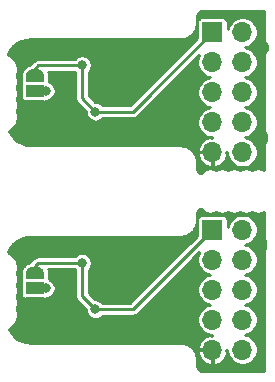
<source format=gbr>
%TF.GenerationSoftware,KiCad,Pcbnew,(5.1.9-0-10_14)*%
%TF.CreationDate,2021-03-23T19:07:49+01:00*%
%TF.ProjectId,itho_rv_sensor,6974686f-5f72-4765-9f73-656e736f722e,rev?*%
%TF.SameCoordinates,Original*%
%TF.FileFunction,Copper,L2,Bot*%
%TF.FilePolarity,Positive*%
%FSLAX46Y46*%
G04 Gerber Fmt 4.6, Leading zero omitted, Abs format (unit mm)*
G04 Created by KiCad (PCBNEW (5.1.9-0-10_14)) date 2021-03-23 19:07:49*
%MOMM*%
%LPD*%
G01*
G04 APERTURE LIST*
%TA.AperFunction,ComponentPad*%
%ADD10R,1.700000X1.700000*%
%TD*%
%TA.AperFunction,ComponentPad*%
%ADD11O,1.700000X1.700000*%
%TD*%
%TA.AperFunction,SMDPad,CuDef*%
%ADD12C,0.100000*%
%TD*%
%TA.AperFunction,SMDPad,CuDef*%
%ADD13R,1.500000X1.000000*%
%TD*%
%TA.AperFunction,ViaPad*%
%ADD14C,0.800000*%
%TD*%
%TA.AperFunction,Conductor*%
%ADD15C,0.254000*%
%TD*%
%TA.AperFunction,Conductor*%
%ADD16C,0.100000*%
%TD*%
G04 APERTURE END LIST*
D10*
%TO.P,J1,1*%
%TO.N,+5V*%
X132080000Y-97028000D03*
D11*
%TO.P,J1,2*%
%TO.N,Net-(J1-Pad2)*%
X134620000Y-97028000D03*
%TO.P,J1,3*%
%TO.N,Net-(J1-Pad3)*%
X132080000Y-99568000D03*
%TO.P,J1,4*%
%TO.N,Net-(J1-Pad4)*%
X134620000Y-99568000D03*
%TO.P,J1,5*%
%TO.N,Net-(J1-Pad5)*%
X132080000Y-102108000D03*
%TO.P,J1,6*%
%TO.N,Net-(J1-Pad6)*%
X134620000Y-102108000D03*
%TO.P,J1,7*%
%TO.N,Net-(J1-Pad7)*%
X132080000Y-104648000D03*
%TO.P,J1,8*%
%TO.N,Net-(J1-Pad8)*%
X134620000Y-104648000D03*
%TO.P,J1,9*%
%TO.N,GND*%
X132080000Y-107188000D03*
%TO.P,J1,10*%
%TO.N,Net-(J1-Pad10)*%
X134620000Y-107188000D03*
%TD*%
%TA.AperFunction,SMDPad,CuDef*%
D12*
%TO.P,Address,1*%
%TO.N,GND*%
G36*
X117801000Y-102731000D02*
G01*
X117801000Y-103281000D01*
X117800398Y-103281000D01*
X117800398Y-103305534D01*
X117795588Y-103354365D01*
X117786016Y-103402490D01*
X117771772Y-103449445D01*
X117752995Y-103494778D01*
X117729864Y-103538051D01*
X117702604Y-103578850D01*
X117671476Y-103616779D01*
X117636779Y-103651476D01*
X117598850Y-103682604D01*
X117558051Y-103709864D01*
X117514778Y-103732995D01*
X117469445Y-103751772D01*
X117422490Y-103766016D01*
X117374365Y-103775588D01*
X117325534Y-103780398D01*
X117301000Y-103780398D01*
X117301000Y-103781000D01*
X116801000Y-103781000D01*
X116801000Y-103780398D01*
X116776466Y-103780398D01*
X116727635Y-103775588D01*
X116679510Y-103766016D01*
X116632555Y-103751772D01*
X116587222Y-103732995D01*
X116543949Y-103709864D01*
X116503150Y-103682604D01*
X116465221Y-103651476D01*
X116430524Y-103616779D01*
X116399396Y-103578850D01*
X116372136Y-103538051D01*
X116349005Y-103494778D01*
X116330228Y-103449445D01*
X116315984Y-103402490D01*
X116306412Y-103354365D01*
X116301602Y-103305534D01*
X116301602Y-103281000D01*
X116301000Y-103281000D01*
X116301000Y-102731000D01*
X117801000Y-102731000D01*
G37*
%TD.AperFunction*%
%TA.AperFunction,SMDPad,CuDef*%
%TO.P,Address,3*%
%TO.N,+5V*%
G36*
X116301602Y-100681000D02*
G01*
X116301602Y-100656466D01*
X116306412Y-100607635D01*
X116315984Y-100559510D01*
X116330228Y-100512555D01*
X116349005Y-100467222D01*
X116372136Y-100423949D01*
X116399396Y-100383150D01*
X116430524Y-100345221D01*
X116465221Y-100310524D01*
X116503150Y-100279396D01*
X116543949Y-100252136D01*
X116587222Y-100229005D01*
X116632555Y-100210228D01*
X116679510Y-100195984D01*
X116727635Y-100186412D01*
X116776466Y-100181602D01*
X116801000Y-100181602D01*
X116801000Y-100181000D01*
X117301000Y-100181000D01*
X117301000Y-100181602D01*
X117325534Y-100181602D01*
X117374365Y-100186412D01*
X117422490Y-100195984D01*
X117469445Y-100210228D01*
X117514778Y-100229005D01*
X117558051Y-100252136D01*
X117598850Y-100279396D01*
X117636779Y-100310524D01*
X117671476Y-100345221D01*
X117702604Y-100383150D01*
X117729864Y-100423949D01*
X117752995Y-100467222D01*
X117771772Y-100512555D01*
X117786016Y-100559510D01*
X117795588Y-100607635D01*
X117800398Y-100656466D01*
X117800398Y-100681000D01*
X117801000Y-100681000D01*
X117801000Y-101231000D01*
X116301000Y-101231000D01*
X116301000Y-100681000D01*
X116301602Y-100681000D01*
G37*
%TD.AperFunction*%
D13*
%TO.P,Address,2*%
%TO.N,Net-(JP1-Pad2)*%
X117051000Y-101981000D03*
%TD*%
%TO.P,Address,2*%
%TO.N,Net-(JP1-Pad2)*%
X117051000Y-85251000D03*
%TA.AperFunction,SMDPad,CuDef*%
D12*
%TO.P,Address,3*%
%TO.N,+5V*%
G36*
X116301602Y-83951000D02*
G01*
X116301602Y-83926466D01*
X116306412Y-83877635D01*
X116315984Y-83829510D01*
X116330228Y-83782555D01*
X116349005Y-83737222D01*
X116372136Y-83693949D01*
X116399396Y-83653150D01*
X116430524Y-83615221D01*
X116465221Y-83580524D01*
X116503150Y-83549396D01*
X116543949Y-83522136D01*
X116587222Y-83499005D01*
X116632555Y-83480228D01*
X116679510Y-83465984D01*
X116727635Y-83456412D01*
X116776466Y-83451602D01*
X116801000Y-83451602D01*
X116801000Y-83451000D01*
X117301000Y-83451000D01*
X117301000Y-83451602D01*
X117325534Y-83451602D01*
X117374365Y-83456412D01*
X117422490Y-83465984D01*
X117469445Y-83480228D01*
X117514778Y-83499005D01*
X117558051Y-83522136D01*
X117598850Y-83549396D01*
X117636779Y-83580524D01*
X117671476Y-83615221D01*
X117702604Y-83653150D01*
X117729864Y-83693949D01*
X117752995Y-83737222D01*
X117771772Y-83782555D01*
X117786016Y-83829510D01*
X117795588Y-83877635D01*
X117800398Y-83926466D01*
X117800398Y-83951000D01*
X117801000Y-83951000D01*
X117801000Y-84501000D01*
X116301000Y-84501000D01*
X116301000Y-83951000D01*
X116301602Y-83951000D01*
G37*
%TD.AperFunction*%
%TA.AperFunction,SMDPad,CuDef*%
%TO.P,Address,1*%
%TO.N,GND*%
G36*
X117801000Y-86001000D02*
G01*
X117801000Y-86551000D01*
X117800398Y-86551000D01*
X117800398Y-86575534D01*
X117795588Y-86624365D01*
X117786016Y-86672490D01*
X117771772Y-86719445D01*
X117752995Y-86764778D01*
X117729864Y-86808051D01*
X117702604Y-86848850D01*
X117671476Y-86886779D01*
X117636779Y-86921476D01*
X117598850Y-86952604D01*
X117558051Y-86979864D01*
X117514778Y-87002995D01*
X117469445Y-87021772D01*
X117422490Y-87036016D01*
X117374365Y-87045588D01*
X117325534Y-87050398D01*
X117301000Y-87050398D01*
X117301000Y-87051000D01*
X116801000Y-87051000D01*
X116801000Y-87050398D01*
X116776466Y-87050398D01*
X116727635Y-87045588D01*
X116679510Y-87036016D01*
X116632555Y-87021772D01*
X116587222Y-87002995D01*
X116543949Y-86979864D01*
X116503150Y-86952604D01*
X116465221Y-86921476D01*
X116430524Y-86886779D01*
X116399396Y-86848850D01*
X116372136Y-86808051D01*
X116349005Y-86764778D01*
X116330228Y-86719445D01*
X116315984Y-86672490D01*
X116306412Y-86624365D01*
X116301602Y-86575534D01*
X116301602Y-86551000D01*
X116301000Y-86551000D01*
X116301000Y-86001000D01*
X117801000Y-86001000D01*
G37*
%TD.AperFunction*%
%TD*%
D11*
%TO.P,J1,10*%
%TO.N,Net-(J1-Pad10)*%
X134620000Y-90458000D03*
%TO.P,J1,9*%
%TO.N,GND*%
X132080000Y-90458000D03*
%TO.P,J1,8*%
%TO.N,Net-(J1-Pad8)*%
X134620000Y-87918000D03*
%TO.P,J1,7*%
%TO.N,Net-(J1-Pad7)*%
X132080000Y-87918000D03*
%TO.P,J1,6*%
%TO.N,Net-(J1-Pad6)*%
X134620000Y-85378000D03*
%TO.P,J1,5*%
%TO.N,Net-(J1-Pad5)*%
X132080000Y-85378000D03*
%TO.P,J1,4*%
%TO.N,Net-(J1-Pad4)*%
X134620000Y-82838000D03*
%TO.P,J1,3*%
%TO.N,Net-(J1-Pad3)*%
X132080000Y-82838000D03*
%TO.P,J1,2*%
%TO.N,Net-(J1-Pad2)*%
X134620000Y-80298000D03*
D10*
%TO.P,J1,1*%
%TO.N,+5V*%
X132080000Y-80298000D03*
%TD*%
D14*
%TO.N,Net-(JP1-Pad2)*%
X117973000Y-85265000D03*
X117973000Y-101995000D03*
%TO.N,GND*%
X122174000Y-100965000D03*
X122174000Y-84235000D03*
%TO.N,+5V*%
X122174000Y-87029000D03*
X121031000Y-83092000D03*
X122174000Y-103759000D03*
X121031000Y-99822000D03*
%TD*%
D15*
%TO.N,Net-(JP1-Pad2)*%
X117065000Y-85265000D02*
X117051000Y-85251000D01*
X117959000Y-85251000D02*
X117973000Y-85265000D01*
X117051000Y-85251000D02*
X117959000Y-85251000D01*
X117065000Y-101995000D02*
X117051000Y-101981000D01*
X117959000Y-101981000D02*
X117973000Y-101995000D01*
X117051000Y-101981000D02*
X117959000Y-101981000D01*
%TO.N,+5V*%
X132080000Y-80298000D02*
X126111000Y-86267000D01*
X125349000Y-87029000D02*
X122174000Y-87029000D01*
X126111000Y-86267000D02*
X125349000Y-87029000D01*
X121031000Y-85886000D02*
X122174000Y-87029000D01*
X121031000Y-83092000D02*
X121031000Y-85886000D01*
X117051000Y-83951000D02*
X117051000Y-83387000D01*
X117346000Y-83092000D02*
X121031000Y-83092000D01*
X117051000Y-83387000D02*
X117346000Y-83092000D01*
X132080000Y-97028000D02*
X126111000Y-102997000D01*
X125349000Y-103759000D02*
X122174000Y-103759000D01*
X126111000Y-102997000D02*
X125349000Y-103759000D01*
X121031000Y-102616000D02*
X122174000Y-103759000D01*
X121031000Y-99822000D02*
X121031000Y-102616000D01*
X117051000Y-100681000D02*
X117051000Y-100117000D01*
X117346000Y-99822000D02*
X121031000Y-99822000D01*
X117051000Y-100117000D02*
X117346000Y-99822000D01*
%TD*%
%TO.N,GND*%
X131224790Y-95351055D02*
X131346945Y-95473210D01*
X131490585Y-95569187D01*
X131650189Y-95635297D01*
X131819623Y-95669000D01*
X131992377Y-95669000D01*
X132161811Y-95635297D01*
X132321415Y-95569187D01*
X132406000Y-95512669D01*
X132490585Y-95569187D01*
X132650189Y-95635297D01*
X132819623Y-95669000D01*
X132992377Y-95669000D01*
X133161811Y-95635297D01*
X133321415Y-95569187D01*
X133406000Y-95512669D01*
X133490585Y-95569187D01*
X133650189Y-95635297D01*
X133819623Y-95669000D01*
X133992377Y-95669000D01*
X134161811Y-95635297D01*
X134321415Y-95569187D01*
X134406000Y-95512669D01*
X134490585Y-95569187D01*
X134650189Y-95635297D01*
X134819623Y-95669000D01*
X134992377Y-95669000D01*
X135161811Y-95635297D01*
X135321415Y-95569187D01*
X135406000Y-95512669D01*
X135490585Y-95569187D01*
X135650189Y-95635297D01*
X135819623Y-95669000D01*
X135992377Y-95669000D01*
X136161811Y-95635297D01*
X136321415Y-95569187D01*
X136449201Y-95483803D01*
X136449200Y-97640562D01*
X136446990Y-97663000D01*
X136455810Y-97752548D01*
X136481930Y-97838656D01*
X136524347Y-97918012D01*
X136556336Y-97956990D01*
X136548617Y-98648415D01*
X136524347Y-98677988D01*
X136481930Y-98757344D01*
X136455810Y-98843452D01*
X136446990Y-98933000D01*
X136449201Y-98955448D01*
X136449200Y-105260562D01*
X136446990Y-105283000D01*
X136455810Y-105372548D01*
X136472922Y-105428961D01*
X136461586Y-106444410D01*
X136455810Y-106463452D01*
X136446990Y-106553000D01*
X136449201Y-106575448D01*
X136449201Y-107553881D01*
X136432865Y-109017200D01*
X131340343Y-109017200D01*
X131209808Y-109004401D01*
X131105738Y-108972981D01*
X131009755Y-108921945D01*
X130925514Y-108853240D01*
X130856219Y-108769477D01*
X130804515Y-108673852D01*
X130772368Y-108570003D01*
X130758800Y-108440911D01*
X130758800Y-107927562D01*
X130756859Y-107907855D01*
X130756897Y-107902393D01*
X130756276Y-107896045D01*
X130738140Y-107723493D01*
X130729809Y-107682908D01*
X130722056Y-107642268D01*
X130720213Y-107636162D01*
X130668907Y-107470420D01*
X130652871Y-107432273D01*
X130645313Y-107413566D01*
X130818203Y-107413566D01*
X130827931Y-107462473D01*
X130905536Y-107701466D01*
X131028275Y-107920727D01*
X131191431Y-108111829D01*
X131388735Y-108267429D01*
X131612604Y-108381547D01*
X131854434Y-108449798D01*
X132054600Y-108361599D01*
X132054600Y-107213400D01*
X130906425Y-107213400D01*
X130818203Y-107413566D01*
X130645313Y-107413566D01*
X130637353Y-107393865D01*
X130634359Y-107388233D01*
X130551837Y-107235613D01*
X130528690Y-107201297D01*
X130506016Y-107166647D01*
X130501985Y-107161704D01*
X130391391Y-107028018D01*
X130362025Y-106998856D01*
X130333046Y-106969264D01*
X130328131Y-106965198D01*
X130193676Y-106855539D01*
X130159179Y-106832619D01*
X130125030Y-106809237D01*
X130119420Y-106806202D01*
X129966226Y-106724748D01*
X129927941Y-106708969D01*
X129889894Y-106692662D01*
X129883802Y-106690775D01*
X129717704Y-106640627D01*
X129677111Y-106632590D01*
X129636593Y-106623978D01*
X129630250Y-106623311D01*
X129457576Y-106606380D01*
X129457571Y-106606380D01*
X129435438Y-106604200D01*
X116735343Y-106604200D01*
X116308794Y-106562376D01*
X115919989Y-106444989D01*
X115561385Y-106254317D01*
X115246650Y-105997624D01*
X114987763Y-105684683D01*
X114848166Y-105426502D01*
X114875254Y-105415282D01*
X115100787Y-105264586D01*
X115292586Y-105072787D01*
X115443282Y-104847254D01*
X115547083Y-104596656D01*
X115600000Y-104330623D01*
X115600000Y-104059377D01*
X115547083Y-103793344D01*
X115506348Y-103695000D01*
X115547083Y-103596656D01*
X115600000Y-103330623D01*
X115600000Y-103059377D01*
X115547083Y-102793344D01*
X115506348Y-102695000D01*
X115547083Y-102596656D01*
X115600000Y-102330623D01*
X115600000Y-102059377D01*
X115547083Y-101793344D01*
X115506348Y-101695000D01*
X115547083Y-101596656D01*
X115600000Y-101330623D01*
X115600000Y-101059377D01*
X115547083Y-100793344D01*
X115506348Y-100695000D01*
X115512146Y-100681000D01*
X115867111Y-100681000D01*
X115867111Y-101231000D01*
X115875448Y-101315648D01*
X115887689Y-101356000D01*
X115875448Y-101396352D01*
X115867111Y-101481000D01*
X115867111Y-102481000D01*
X115875448Y-102565648D01*
X115900139Y-102647042D01*
X115940234Y-102722056D01*
X115994194Y-102787806D01*
X116059944Y-102841766D01*
X116134958Y-102881861D01*
X116216352Y-102906552D01*
X116301000Y-102914889D01*
X117801000Y-102914889D01*
X117885648Y-102906552D01*
X117967042Y-102881861D01*
X118042056Y-102841766D01*
X118062009Y-102825391D01*
X118215627Y-102794835D01*
X118367005Y-102732132D01*
X118503242Y-102641101D01*
X118619101Y-102525242D01*
X118710132Y-102389005D01*
X118772835Y-102237627D01*
X118804800Y-102076925D01*
X118804800Y-101913075D01*
X118772835Y-101752373D01*
X118710132Y-101600995D01*
X118619101Y-101464758D01*
X118503242Y-101348899D01*
X118367005Y-101257868D01*
X118234889Y-101203144D01*
X118234889Y-100681000D01*
X118232481Y-100656551D01*
X118232481Y-100631991D01*
X118224144Y-100547344D01*
X118205022Y-100451211D01*
X118183663Y-100380800D01*
X120413457Y-100380800D01*
X120472200Y-100439543D01*
X120472201Y-102588548D01*
X120469497Y-102616000D01*
X120480287Y-102725544D01*
X120512239Y-102830877D01*
X120563725Y-102927200D01*
X120564128Y-102927954D01*
X120633958Y-103013043D01*
X120655276Y-103030538D01*
X121342200Y-103717463D01*
X121342200Y-103840925D01*
X121374165Y-104001627D01*
X121436868Y-104153005D01*
X121527899Y-104289242D01*
X121643758Y-104405101D01*
X121779995Y-104496132D01*
X121931373Y-104558835D01*
X122092075Y-104590800D01*
X122255925Y-104590800D01*
X122416627Y-104558835D01*
X122568005Y-104496132D01*
X122704242Y-104405101D01*
X122791543Y-104317800D01*
X125321558Y-104317800D01*
X125349000Y-104320503D01*
X125376442Y-104317800D01*
X125376444Y-104317800D01*
X125458544Y-104309714D01*
X125563878Y-104277761D01*
X125660954Y-104225873D01*
X125746043Y-104156043D01*
X125763543Y-104134719D01*
X126525537Y-103372726D01*
X126525542Y-103372720D01*
X130957497Y-98940765D01*
X130944084Y-98960840D01*
X130847459Y-99194113D01*
X130798200Y-99441754D01*
X130798200Y-99694246D01*
X130847459Y-99941887D01*
X130944084Y-100175160D01*
X131084361Y-100385100D01*
X131262900Y-100563639D01*
X131472840Y-100703916D01*
X131706113Y-100800541D01*
X131894432Y-100838000D01*
X131706113Y-100875459D01*
X131472840Y-100972084D01*
X131262900Y-101112361D01*
X131084361Y-101290900D01*
X130944084Y-101500840D01*
X130847459Y-101734113D01*
X130798200Y-101981754D01*
X130798200Y-102234246D01*
X130847459Y-102481887D01*
X130944084Y-102715160D01*
X131084361Y-102925100D01*
X131262900Y-103103639D01*
X131472840Y-103243916D01*
X131706113Y-103340541D01*
X131894432Y-103378000D01*
X131706113Y-103415459D01*
X131472840Y-103512084D01*
X131262900Y-103652361D01*
X131084361Y-103830900D01*
X130944084Y-104040840D01*
X130847459Y-104274113D01*
X130798200Y-104521754D01*
X130798200Y-104774246D01*
X130847459Y-105021887D01*
X130944084Y-105255160D01*
X131084361Y-105465100D01*
X131262900Y-105643639D01*
X131472840Y-105783916D01*
X131706113Y-105880541D01*
X131953754Y-105929800D01*
X132054598Y-105929800D01*
X132054598Y-106014400D01*
X131854434Y-105926202D01*
X131612604Y-105994453D01*
X131388735Y-106108571D01*
X131191431Y-106264171D01*
X131028275Y-106455273D01*
X130905536Y-106674534D01*
X130827931Y-106913527D01*
X130818203Y-106962434D01*
X130906425Y-107162600D01*
X132054600Y-107162600D01*
X132054600Y-107142600D01*
X132105400Y-107142600D01*
X132105400Y-107162600D01*
X132125400Y-107162600D01*
X132125400Y-107213400D01*
X132105400Y-107213400D01*
X132105400Y-108361599D01*
X132305566Y-108449798D01*
X132547396Y-108381547D01*
X132771265Y-108267429D01*
X132968569Y-108111829D01*
X133131725Y-107920727D01*
X133254464Y-107701466D01*
X133332069Y-107462473D01*
X133341797Y-107413566D01*
X133253576Y-107213402D01*
X133338200Y-107213402D01*
X133338200Y-107314246D01*
X133387459Y-107561887D01*
X133484084Y-107795160D01*
X133624361Y-108005100D01*
X133802900Y-108183639D01*
X134012840Y-108323916D01*
X134246113Y-108420541D01*
X134493754Y-108469800D01*
X134746246Y-108469800D01*
X134993887Y-108420541D01*
X135227160Y-108323916D01*
X135437100Y-108183639D01*
X135615639Y-108005100D01*
X135755916Y-107795160D01*
X135852541Y-107561887D01*
X135901800Y-107314246D01*
X135901800Y-107061754D01*
X135852541Y-106814113D01*
X135755916Y-106580840D01*
X135615639Y-106370900D01*
X135437100Y-106192361D01*
X135227160Y-106052084D01*
X134993887Y-105955459D01*
X134805568Y-105918000D01*
X134993887Y-105880541D01*
X135227160Y-105783916D01*
X135437100Y-105643639D01*
X135615639Y-105465100D01*
X135755916Y-105255160D01*
X135852541Y-105021887D01*
X135901800Y-104774246D01*
X135901800Y-104521754D01*
X135852541Y-104274113D01*
X135755916Y-104040840D01*
X135615639Y-103830900D01*
X135437100Y-103652361D01*
X135227160Y-103512084D01*
X134993887Y-103415459D01*
X134805568Y-103378000D01*
X134993887Y-103340541D01*
X135227160Y-103243916D01*
X135437100Y-103103639D01*
X135615639Y-102925100D01*
X135755916Y-102715160D01*
X135852541Y-102481887D01*
X135901800Y-102234246D01*
X135901800Y-101981754D01*
X135852541Y-101734113D01*
X135755916Y-101500840D01*
X135615639Y-101290900D01*
X135437100Y-101112361D01*
X135227160Y-100972084D01*
X134993887Y-100875459D01*
X134805568Y-100838000D01*
X134993887Y-100800541D01*
X135227160Y-100703916D01*
X135437100Y-100563639D01*
X135615639Y-100385100D01*
X135755916Y-100175160D01*
X135852541Y-99941887D01*
X135901800Y-99694246D01*
X135901800Y-99441754D01*
X135852541Y-99194113D01*
X135755916Y-98960840D01*
X135615639Y-98750900D01*
X135437100Y-98572361D01*
X135227160Y-98432084D01*
X134993887Y-98335459D01*
X134805568Y-98298000D01*
X134993887Y-98260541D01*
X135227160Y-98163916D01*
X135437100Y-98023639D01*
X135615639Y-97845100D01*
X135755916Y-97635160D01*
X135852541Y-97401887D01*
X135901800Y-97154246D01*
X135901800Y-96901754D01*
X135852541Y-96654113D01*
X135755916Y-96420840D01*
X135615639Y-96210900D01*
X135437100Y-96032361D01*
X135227160Y-95892084D01*
X134993887Y-95795459D01*
X134746246Y-95746200D01*
X134493754Y-95746200D01*
X134246113Y-95795459D01*
X134012840Y-95892084D01*
X133802900Y-96032361D01*
X133624361Y-96210900D01*
X133484084Y-96420840D01*
X133387459Y-96654113D01*
X133363889Y-96772607D01*
X133363889Y-96178000D01*
X133355552Y-96093352D01*
X133330861Y-96011958D01*
X133290766Y-95936944D01*
X133236806Y-95871194D01*
X133171056Y-95817234D01*
X133096042Y-95777139D01*
X133014648Y-95752448D01*
X132930000Y-95744111D01*
X131230000Y-95744111D01*
X131145352Y-95752448D01*
X131063958Y-95777139D01*
X130988944Y-95817234D01*
X130923194Y-95871194D01*
X130869234Y-95936944D01*
X130829139Y-96011958D01*
X130804448Y-96093352D01*
X130796111Y-96178000D01*
X130796111Y-97521626D01*
X125735280Y-102582458D01*
X125735274Y-102582463D01*
X125117538Y-103200200D01*
X122791543Y-103200200D01*
X122704242Y-103112899D01*
X122568005Y-103021868D01*
X122416627Y-102959165D01*
X122255925Y-102927200D01*
X122132463Y-102927200D01*
X121589800Y-102384538D01*
X121589800Y-100439543D01*
X121677101Y-100352242D01*
X121768132Y-100216005D01*
X121830835Y-100064627D01*
X121862800Y-99903925D01*
X121862800Y-99740075D01*
X121830835Y-99579373D01*
X121768132Y-99427995D01*
X121677101Y-99291758D01*
X121561242Y-99175899D01*
X121425005Y-99084868D01*
X121273627Y-99022165D01*
X121112925Y-98990200D01*
X120949075Y-98990200D01*
X120788373Y-99022165D01*
X120636995Y-99084868D01*
X120500758Y-99175899D01*
X120413457Y-99263200D01*
X117373441Y-99263200D01*
X117345999Y-99260497D01*
X117318557Y-99263200D01*
X117318556Y-99263200D01*
X117236456Y-99271286D01*
X117131122Y-99303239D01*
X117034046Y-99355127D01*
X116948957Y-99424957D01*
X116931457Y-99446281D01*
X116675276Y-99702462D01*
X116653958Y-99719957D01*
X116636463Y-99741275D01*
X116614176Y-99768432D01*
X116571211Y-99776978D01*
X116489818Y-99801668D01*
X116399262Y-99839177D01*
X116324246Y-99879274D01*
X116242747Y-99933730D01*
X116176997Y-99987689D01*
X116107689Y-100056997D01*
X116053730Y-100122747D01*
X115999274Y-100204246D01*
X115959177Y-100279262D01*
X115921668Y-100369818D01*
X115896978Y-100451211D01*
X115877856Y-100547344D01*
X115869519Y-100631991D01*
X115869519Y-100656551D01*
X115867111Y-100681000D01*
X115512146Y-100681000D01*
X115547083Y-100596656D01*
X115600000Y-100330623D01*
X115600000Y-100059377D01*
X115547083Y-99793344D01*
X115443282Y-99542746D01*
X115292586Y-99317213D01*
X115100787Y-99125414D01*
X114875254Y-98974718D01*
X114779080Y-98934882D01*
X114789012Y-98901986D01*
X114979682Y-98543389D01*
X115236376Y-98228650D01*
X115549317Y-97969763D01*
X115906574Y-97776595D01*
X116294553Y-97656495D01*
X116719802Y-97611800D01*
X129435438Y-97611800D01*
X129455136Y-97609860D01*
X129460607Y-97609898D01*
X129466955Y-97609276D01*
X129639506Y-97591140D01*
X129680092Y-97582809D01*
X129720731Y-97575056D01*
X129726837Y-97573213D01*
X129892580Y-97521907D01*
X129930715Y-97505876D01*
X129969135Y-97490353D01*
X129974766Y-97487359D01*
X130127387Y-97404837D01*
X130161680Y-97381706D01*
X130196353Y-97359016D01*
X130201296Y-97354985D01*
X130334982Y-97244391D01*
X130364147Y-97215022D01*
X130393736Y-97186045D01*
X130397802Y-97181131D01*
X130507462Y-97046676D01*
X130530366Y-97012202D01*
X130553764Y-96978030D01*
X130556798Y-96972419D01*
X130638252Y-96819226D01*
X130654026Y-96780955D01*
X130670338Y-96742895D01*
X130672225Y-96736802D01*
X130722372Y-96570704D01*
X130730402Y-96530148D01*
X130739022Y-96489593D01*
X130739689Y-96483250D01*
X130756620Y-96310576D01*
X130756620Y-96310571D01*
X130758800Y-96288438D01*
X130758800Y-95780344D01*
X130771599Y-95649808D01*
X130803019Y-95545739D01*
X130854056Y-95449753D01*
X130922761Y-95365513D01*
X131006525Y-95296218D01*
X131102147Y-95244515D01*
X131144783Y-95231317D01*
X131224790Y-95351055D01*
%TA.AperFunction,Conductor*%
D16*
G36*
X131224790Y-95351055D02*
G01*
X131346945Y-95473210D01*
X131490585Y-95569187D01*
X131650189Y-95635297D01*
X131819623Y-95669000D01*
X131992377Y-95669000D01*
X132161811Y-95635297D01*
X132321415Y-95569187D01*
X132406000Y-95512669D01*
X132490585Y-95569187D01*
X132650189Y-95635297D01*
X132819623Y-95669000D01*
X132992377Y-95669000D01*
X133161811Y-95635297D01*
X133321415Y-95569187D01*
X133406000Y-95512669D01*
X133490585Y-95569187D01*
X133650189Y-95635297D01*
X133819623Y-95669000D01*
X133992377Y-95669000D01*
X134161811Y-95635297D01*
X134321415Y-95569187D01*
X134406000Y-95512669D01*
X134490585Y-95569187D01*
X134650189Y-95635297D01*
X134819623Y-95669000D01*
X134992377Y-95669000D01*
X135161811Y-95635297D01*
X135321415Y-95569187D01*
X135406000Y-95512669D01*
X135490585Y-95569187D01*
X135650189Y-95635297D01*
X135819623Y-95669000D01*
X135992377Y-95669000D01*
X136161811Y-95635297D01*
X136321415Y-95569187D01*
X136449201Y-95483803D01*
X136449200Y-97640562D01*
X136446990Y-97663000D01*
X136455810Y-97752548D01*
X136481930Y-97838656D01*
X136524347Y-97918012D01*
X136556336Y-97956990D01*
X136548617Y-98648415D01*
X136524347Y-98677988D01*
X136481930Y-98757344D01*
X136455810Y-98843452D01*
X136446990Y-98933000D01*
X136449201Y-98955448D01*
X136449200Y-105260562D01*
X136446990Y-105283000D01*
X136455810Y-105372548D01*
X136472922Y-105428961D01*
X136461586Y-106444410D01*
X136455810Y-106463452D01*
X136446990Y-106553000D01*
X136449201Y-106575448D01*
X136449201Y-107553881D01*
X136432865Y-109017200D01*
X131340343Y-109017200D01*
X131209808Y-109004401D01*
X131105738Y-108972981D01*
X131009755Y-108921945D01*
X130925514Y-108853240D01*
X130856219Y-108769477D01*
X130804515Y-108673852D01*
X130772368Y-108570003D01*
X130758800Y-108440911D01*
X130758800Y-107927562D01*
X130756859Y-107907855D01*
X130756897Y-107902393D01*
X130756276Y-107896045D01*
X130738140Y-107723493D01*
X130729809Y-107682908D01*
X130722056Y-107642268D01*
X130720213Y-107636162D01*
X130668907Y-107470420D01*
X130652871Y-107432273D01*
X130645313Y-107413566D01*
X130818203Y-107413566D01*
X130827931Y-107462473D01*
X130905536Y-107701466D01*
X131028275Y-107920727D01*
X131191431Y-108111829D01*
X131388735Y-108267429D01*
X131612604Y-108381547D01*
X131854434Y-108449798D01*
X132054600Y-108361599D01*
X132054600Y-107213400D01*
X130906425Y-107213400D01*
X130818203Y-107413566D01*
X130645313Y-107413566D01*
X130637353Y-107393865D01*
X130634359Y-107388233D01*
X130551837Y-107235613D01*
X130528690Y-107201297D01*
X130506016Y-107166647D01*
X130501985Y-107161704D01*
X130391391Y-107028018D01*
X130362025Y-106998856D01*
X130333046Y-106969264D01*
X130328131Y-106965198D01*
X130193676Y-106855539D01*
X130159179Y-106832619D01*
X130125030Y-106809237D01*
X130119420Y-106806202D01*
X129966226Y-106724748D01*
X129927941Y-106708969D01*
X129889894Y-106692662D01*
X129883802Y-106690775D01*
X129717704Y-106640627D01*
X129677111Y-106632590D01*
X129636593Y-106623978D01*
X129630250Y-106623311D01*
X129457576Y-106606380D01*
X129457571Y-106606380D01*
X129435438Y-106604200D01*
X116735343Y-106604200D01*
X116308794Y-106562376D01*
X115919989Y-106444989D01*
X115561385Y-106254317D01*
X115246650Y-105997624D01*
X114987763Y-105684683D01*
X114848166Y-105426502D01*
X114875254Y-105415282D01*
X115100787Y-105264586D01*
X115292586Y-105072787D01*
X115443282Y-104847254D01*
X115547083Y-104596656D01*
X115600000Y-104330623D01*
X115600000Y-104059377D01*
X115547083Y-103793344D01*
X115506348Y-103695000D01*
X115547083Y-103596656D01*
X115600000Y-103330623D01*
X115600000Y-103059377D01*
X115547083Y-102793344D01*
X115506348Y-102695000D01*
X115547083Y-102596656D01*
X115600000Y-102330623D01*
X115600000Y-102059377D01*
X115547083Y-101793344D01*
X115506348Y-101695000D01*
X115547083Y-101596656D01*
X115600000Y-101330623D01*
X115600000Y-101059377D01*
X115547083Y-100793344D01*
X115506348Y-100695000D01*
X115512146Y-100681000D01*
X115867111Y-100681000D01*
X115867111Y-101231000D01*
X115875448Y-101315648D01*
X115887689Y-101356000D01*
X115875448Y-101396352D01*
X115867111Y-101481000D01*
X115867111Y-102481000D01*
X115875448Y-102565648D01*
X115900139Y-102647042D01*
X115940234Y-102722056D01*
X115994194Y-102787806D01*
X116059944Y-102841766D01*
X116134958Y-102881861D01*
X116216352Y-102906552D01*
X116301000Y-102914889D01*
X117801000Y-102914889D01*
X117885648Y-102906552D01*
X117967042Y-102881861D01*
X118042056Y-102841766D01*
X118062009Y-102825391D01*
X118215627Y-102794835D01*
X118367005Y-102732132D01*
X118503242Y-102641101D01*
X118619101Y-102525242D01*
X118710132Y-102389005D01*
X118772835Y-102237627D01*
X118804800Y-102076925D01*
X118804800Y-101913075D01*
X118772835Y-101752373D01*
X118710132Y-101600995D01*
X118619101Y-101464758D01*
X118503242Y-101348899D01*
X118367005Y-101257868D01*
X118234889Y-101203144D01*
X118234889Y-100681000D01*
X118232481Y-100656551D01*
X118232481Y-100631991D01*
X118224144Y-100547344D01*
X118205022Y-100451211D01*
X118183663Y-100380800D01*
X120413457Y-100380800D01*
X120472200Y-100439543D01*
X120472201Y-102588548D01*
X120469497Y-102616000D01*
X120480287Y-102725544D01*
X120512239Y-102830877D01*
X120563725Y-102927200D01*
X120564128Y-102927954D01*
X120633958Y-103013043D01*
X120655276Y-103030538D01*
X121342200Y-103717463D01*
X121342200Y-103840925D01*
X121374165Y-104001627D01*
X121436868Y-104153005D01*
X121527899Y-104289242D01*
X121643758Y-104405101D01*
X121779995Y-104496132D01*
X121931373Y-104558835D01*
X122092075Y-104590800D01*
X122255925Y-104590800D01*
X122416627Y-104558835D01*
X122568005Y-104496132D01*
X122704242Y-104405101D01*
X122791543Y-104317800D01*
X125321558Y-104317800D01*
X125349000Y-104320503D01*
X125376442Y-104317800D01*
X125376444Y-104317800D01*
X125458544Y-104309714D01*
X125563878Y-104277761D01*
X125660954Y-104225873D01*
X125746043Y-104156043D01*
X125763543Y-104134719D01*
X126525537Y-103372726D01*
X126525542Y-103372720D01*
X130957497Y-98940765D01*
X130944084Y-98960840D01*
X130847459Y-99194113D01*
X130798200Y-99441754D01*
X130798200Y-99694246D01*
X130847459Y-99941887D01*
X130944084Y-100175160D01*
X131084361Y-100385100D01*
X131262900Y-100563639D01*
X131472840Y-100703916D01*
X131706113Y-100800541D01*
X131894432Y-100838000D01*
X131706113Y-100875459D01*
X131472840Y-100972084D01*
X131262900Y-101112361D01*
X131084361Y-101290900D01*
X130944084Y-101500840D01*
X130847459Y-101734113D01*
X130798200Y-101981754D01*
X130798200Y-102234246D01*
X130847459Y-102481887D01*
X130944084Y-102715160D01*
X131084361Y-102925100D01*
X131262900Y-103103639D01*
X131472840Y-103243916D01*
X131706113Y-103340541D01*
X131894432Y-103378000D01*
X131706113Y-103415459D01*
X131472840Y-103512084D01*
X131262900Y-103652361D01*
X131084361Y-103830900D01*
X130944084Y-104040840D01*
X130847459Y-104274113D01*
X130798200Y-104521754D01*
X130798200Y-104774246D01*
X130847459Y-105021887D01*
X130944084Y-105255160D01*
X131084361Y-105465100D01*
X131262900Y-105643639D01*
X131472840Y-105783916D01*
X131706113Y-105880541D01*
X131953754Y-105929800D01*
X132054598Y-105929800D01*
X132054598Y-106014400D01*
X131854434Y-105926202D01*
X131612604Y-105994453D01*
X131388735Y-106108571D01*
X131191431Y-106264171D01*
X131028275Y-106455273D01*
X130905536Y-106674534D01*
X130827931Y-106913527D01*
X130818203Y-106962434D01*
X130906425Y-107162600D01*
X132054600Y-107162600D01*
X132054600Y-107142600D01*
X132105400Y-107142600D01*
X132105400Y-107162600D01*
X132125400Y-107162600D01*
X132125400Y-107213400D01*
X132105400Y-107213400D01*
X132105400Y-108361599D01*
X132305566Y-108449798D01*
X132547396Y-108381547D01*
X132771265Y-108267429D01*
X132968569Y-108111829D01*
X133131725Y-107920727D01*
X133254464Y-107701466D01*
X133332069Y-107462473D01*
X133341797Y-107413566D01*
X133253576Y-107213402D01*
X133338200Y-107213402D01*
X133338200Y-107314246D01*
X133387459Y-107561887D01*
X133484084Y-107795160D01*
X133624361Y-108005100D01*
X133802900Y-108183639D01*
X134012840Y-108323916D01*
X134246113Y-108420541D01*
X134493754Y-108469800D01*
X134746246Y-108469800D01*
X134993887Y-108420541D01*
X135227160Y-108323916D01*
X135437100Y-108183639D01*
X135615639Y-108005100D01*
X135755916Y-107795160D01*
X135852541Y-107561887D01*
X135901800Y-107314246D01*
X135901800Y-107061754D01*
X135852541Y-106814113D01*
X135755916Y-106580840D01*
X135615639Y-106370900D01*
X135437100Y-106192361D01*
X135227160Y-106052084D01*
X134993887Y-105955459D01*
X134805568Y-105918000D01*
X134993887Y-105880541D01*
X135227160Y-105783916D01*
X135437100Y-105643639D01*
X135615639Y-105465100D01*
X135755916Y-105255160D01*
X135852541Y-105021887D01*
X135901800Y-104774246D01*
X135901800Y-104521754D01*
X135852541Y-104274113D01*
X135755916Y-104040840D01*
X135615639Y-103830900D01*
X135437100Y-103652361D01*
X135227160Y-103512084D01*
X134993887Y-103415459D01*
X134805568Y-103378000D01*
X134993887Y-103340541D01*
X135227160Y-103243916D01*
X135437100Y-103103639D01*
X135615639Y-102925100D01*
X135755916Y-102715160D01*
X135852541Y-102481887D01*
X135901800Y-102234246D01*
X135901800Y-101981754D01*
X135852541Y-101734113D01*
X135755916Y-101500840D01*
X135615639Y-101290900D01*
X135437100Y-101112361D01*
X135227160Y-100972084D01*
X134993887Y-100875459D01*
X134805568Y-100838000D01*
X134993887Y-100800541D01*
X135227160Y-100703916D01*
X135437100Y-100563639D01*
X135615639Y-100385100D01*
X135755916Y-100175160D01*
X135852541Y-99941887D01*
X135901800Y-99694246D01*
X135901800Y-99441754D01*
X135852541Y-99194113D01*
X135755916Y-98960840D01*
X135615639Y-98750900D01*
X135437100Y-98572361D01*
X135227160Y-98432084D01*
X134993887Y-98335459D01*
X134805568Y-98298000D01*
X134993887Y-98260541D01*
X135227160Y-98163916D01*
X135437100Y-98023639D01*
X135615639Y-97845100D01*
X135755916Y-97635160D01*
X135852541Y-97401887D01*
X135901800Y-97154246D01*
X135901800Y-96901754D01*
X135852541Y-96654113D01*
X135755916Y-96420840D01*
X135615639Y-96210900D01*
X135437100Y-96032361D01*
X135227160Y-95892084D01*
X134993887Y-95795459D01*
X134746246Y-95746200D01*
X134493754Y-95746200D01*
X134246113Y-95795459D01*
X134012840Y-95892084D01*
X133802900Y-96032361D01*
X133624361Y-96210900D01*
X133484084Y-96420840D01*
X133387459Y-96654113D01*
X133363889Y-96772607D01*
X133363889Y-96178000D01*
X133355552Y-96093352D01*
X133330861Y-96011958D01*
X133290766Y-95936944D01*
X133236806Y-95871194D01*
X133171056Y-95817234D01*
X133096042Y-95777139D01*
X133014648Y-95752448D01*
X132930000Y-95744111D01*
X131230000Y-95744111D01*
X131145352Y-95752448D01*
X131063958Y-95777139D01*
X130988944Y-95817234D01*
X130923194Y-95871194D01*
X130869234Y-95936944D01*
X130829139Y-96011958D01*
X130804448Y-96093352D01*
X130796111Y-96178000D01*
X130796111Y-97521626D01*
X125735280Y-102582458D01*
X125735274Y-102582463D01*
X125117538Y-103200200D01*
X122791543Y-103200200D01*
X122704242Y-103112899D01*
X122568005Y-103021868D01*
X122416627Y-102959165D01*
X122255925Y-102927200D01*
X122132463Y-102927200D01*
X121589800Y-102384538D01*
X121589800Y-100439543D01*
X121677101Y-100352242D01*
X121768132Y-100216005D01*
X121830835Y-100064627D01*
X121862800Y-99903925D01*
X121862800Y-99740075D01*
X121830835Y-99579373D01*
X121768132Y-99427995D01*
X121677101Y-99291758D01*
X121561242Y-99175899D01*
X121425005Y-99084868D01*
X121273627Y-99022165D01*
X121112925Y-98990200D01*
X120949075Y-98990200D01*
X120788373Y-99022165D01*
X120636995Y-99084868D01*
X120500758Y-99175899D01*
X120413457Y-99263200D01*
X117373441Y-99263200D01*
X117345999Y-99260497D01*
X117318557Y-99263200D01*
X117318556Y-99263200D01*
X117236456Y-99271286D01*
X117131122Y-99303239D01*
X117034046Y-99355127D01*
X116948957Y-99424957D01*
X116931457Y-99446281D01*
X116675276Y-99702462D01*
X116653958Y-99719957D01*
X116636463Y-99741275D01*
X116614176Y-99768432D01*
X116571211Y-99776978D01*
X116489818Y-99801668D01*
X116399262Y-99839177D01*
X116324246Y-99879274D01*
X116242747Y-99933730D01*
X116176997Y-99987689D01*
X116107689Y-100056997D01*
X116053730Y-100122747D01*
X115999274Y-100204246D01*
X115959177Y-100279262D01*
X115921668Y-100369818D01*
X115896978Y-100451211D01*
X115877856Y-100547344D01*
X115869519Y-100631991D01*
X115869519Y-100656551D01*
X115867111Y-100681000D01*
X115512146Y-100681000D01*
X115547083Y-100596656D01*
X115600000Y-100330623D01*
X115600000Y-100059377D01*
X115547083Y-99793344D01*
X115443282Y-99542746D01*
X115292586Y-99317213D01*
X115100787Y-99125414D01*
X114875254Y-98974718D01*
X114779080Y-98934882D01*
X114789012Y-98901986D01*
X114979682Y-98543389D01*
X115236376Y-98228650D01*
X115549317Y-97969763D01*
X115906574Y-97776595D01*
X116294553Y-97656495D01*
X116719802Y-97611800D01*
X129435438Y-97611800D01*
X129455136Y-97609860D01*
X129460607Y-97609898D01*
X129466955Y-97609276D01*
X129639506Y-97591140D01*
X129680092Y-97582809D01*
X129720731Y-97575056D01*
X129726837Y-97573213D01*
X129892580Y-97521907D01*
X129930715Y-97505876D01*
X129969135Y-97490353D01*
X129974766Y-97487359D01*
X130127387Y-97404837D01*
X130161680Y-97381706D01*
X130196353Y-97359016D01*
X130201296Y-97354985D01*
X130334982Y-97244391D01*
X130364147Y-97215022D01*
X130393736Y-97186045D01*
X130397802Y-97181131D01*
X130507462Y-97046676D01*
X130530366Y-97012202D01*
X130553764Y-96978030D01*
X130556798Y-96972419D01*
X130638252Y-96819226D01*
X130654026Y-96780955D01*
X130670338Y-96742895D01*
X130672225Y-96736802D01*
X130722372Y-96570704D01*
X130730402Y-96530148D01*
X130739022Y-96489593D01*
X130739689Y-96483250D01*
X130756620Y-96310576D01*
X130756620Y-96310571D01*
X130758800Y-96288438D01*
X130758800Y-95780344D01*
X130771599Y-95649808D01*
X130803019Y-95545739D01*
X130854056Y-95449753D01*
X130922761Y-95365513D01*
X131006525Y-95296218D01*
X131102147Y-95244515D01*
X131144783Y-95231317D01*
X131224790Y-95351055D01*
G37*
%TD.AperFunction*%
D15*
X136449200Y-80910562D02*
X136446990Y-80933000D01*
X136455810Y-81022548D01*
X136481930Y-81108656D01*
X136524347Y-81188012D01*
X136581431Y-81257569D01*
X136650988Y-81314653D01*
X136730344Y-81357070D01*
X136741611Y-81360488D01*
X136736962Y-81776922D01*
X136730344Y-81778930D01*
X136650988Y-81821347D01*
X136581431Y-81878431D01*
X136524347Y-81947988D01*
X136481930Y-82027344D01*
X136455810Y-82113452D01*
X136446990Y-82203000D01*
X136449201Y-82225448D01*
X136449200Y-88530562D01*
X136446990Y-88553000D01*
X136455810Y-88642548D01*
X136481930Y-88728656D01*
X136524347Y-88808012D01*
X136564842Y-88857355D01*
X136581431Y-88877569D01*
X136650988Y-88934653D01*
X136657021Y-88937878D01*
X136651403Y-89441125D01*
X136650988Y-89441347D01*
X136581431Y-89498431D01*
X136524347Y-89567988D01*
X136481930Y-89647344D01*
X136455810Y-89733452D01*
X136446990Y-89823000D01*
X136449201Y-89845448D01*
X136449200Y-92000196D01*
X136321415Y-91914813D01*
X136161811Y-91848703D01*
X135992377Y-91815000D01*
X135819623Y-91815000D01*
X135650189Y-91848703D01*
X135490585Y-91914813D01*
X135406000Y-91971331D01*
X135321415Y-91914813D01*
X135161811Y-91848703D01*
X134992377Y-91815000D01*
X134819623Y-91815000D01*
X134650189Y-91848703D01*
X134490585Y-91914813D01*
X134406000Y-91971331D01*
X134321415Y-91914813D01*
X134161811Y-91848703D01*
X133992377Y-91815000D01*
X133819623Y-91815000D01*
X133650189Y-91848703D01*
X133490585Y-91914813D01*
X133406000Y-91971331D01*
X133321415Y-91914813D01*
X133161811Y-91848703D01*
X132992377Y-91815000D01*
X132819623Y-91815000D01*
X132650189Y-91848703D01*
X132490585Y-91914813D01*
X132406000Y-91971331D01*
X132321415Y-91914813D01*
X132161811Y-91848703D01*
X131992377Y-91815000D01*
X131819623Y-91815000D01*
X131650189Y-91848703D01*
X131490585Y-91914813D01*
X131346945Y-92010790D01*
X131224790Y-92132945D01*
X131143624Y-92254419D01*
X131105738Y-92242981D01*
X131009755Y-92191945D01*
X130925514Y-92123240D01*
X130856219Y-92039477D01*
X130804515Y-91943852D01*
X130772368Y-91840003D01*
X130758800Y-91710911D01*
X130758800Y-91197562D01*
X130756859Y-91177855D01*
X130756897Y-91172393D01*
X130756276Y-91166045D01*
X130738140Y-90993493D01*
X130729809Y-90952908D01*
X130722056Y-90912268D01*
X130720213Y-90906162D01*
X130668907Y-90740420D01*
X130652871Y-90702273D01*
X130645313Y-90683566D01*
X130818203Y-90683566D01*
X130827931Y-90732473D01*
X130905536Y-90971466D01*
X131028275Y-91190727D01*
X131191431Y-91381829D01*
X131388735Y-91537429D01*
X131612604Y-91651547D01*
X131854434Y-91719798D01*
X132054600Y-91631599D01*
X132054600Y-90483400D01*
X130906425Y-90483400D01*
X130818203Y-90683566D01*
X130645313Y-90683566D01*
X130637353Y-90663865D01*
X130634359Y-90658233D01*
X130551837Y-90505613D01*
X130528690Y-90471297D01*
X130506016Y-90436647D01*
X130501985Y-90431704D01*
X130391391Y-90298018D01*
X130362025Y-90268856D01*
X130333046Y-90239264D01*
X130328131Y-90235198D01*
X130193676Y-90125539D01*
X130159179Y-90102619D01*
X130125030Y-90079237D01*
X130119420Y-90076202D01*
X129966226Y-89994748D01*
X129927941Y-89978969D01*
X129889894Y-89962662D01*
X129883802Y-89960775D01*
X129717704Y-89910627D01*
X129677111Y-89902590D01*
X129636593Y-89893978D01*
X129630250Y-89893311D01*
X129457576Y-89876380D01*
X129457571Y-89876380D01*
X129435438Y-89874200D01*
X116735343Y-89874200D01*
X116308794Y-89832376D01*
X115919989Y-89714989D01*
X115561385Y-89524317D01*
X115246650Y-89267624D01*
X114987763Y-88954683D01*
X114848166Y-88696502D01*
X114875254Y-88685282D01*
X115100787Y-88534586D01*
X115292586Y-88342787D01*
X115443282Y-88117254D01*
X115547083Y-87866656D01*
X115600000Y-87600623D01*
X115600000Y-87329377D01*
X115547083Y-87063344D01*
X115506348Y-86965000D01*
X115547083Y-86866656D01*
X115600000Y-86600623D01*
X115600000Y-86329377D01*
X115547083Y-86063344D01*
X115506348Y-85965000D01*
X115547083Y-85866656D01*
X115600000Y-85600623D01*
X115600000Y-85329377D01*
X115547083Y-85063344D01*
X115506348Y-84965000D01*
X115547083Y-84866656D01*
X115600000Y-84600623D01*
X115600000Y-84329377D01*
X115547083Y-84063344D01*
X115506348Y-83965000D01*
X115512146Y-83951000D01*
X115867111Y-83951000D01*
X115867111Y-84501000D01*
X115875448Y-84585648D01*
X115887689Y-84626000D01*
X115875448Y-84666352D01*
X115867111Y-84751000D01*
X115867111Y-85751000D01*
X115875448Y-85835648D01*
X115900139Y-85917042D01*
X115940234Y-85992056D01*
X115994194Y-86057806D01*
X116059944Y-86111766D01*
X116134958Y-86151861D01*
X116216352Y-86176552D01*
X116301000Y-86184889D01*
X117801000Y-86184889D01*
X117885648Y-86176552D01*
X117967042Y-86151861D01*
X118042056Y-86111766D01*
X118062009Y-86095391D01*
X118215627Y-86064835D01*
X118367005Y-86002132D01*
X118503242Y-85911101D01*
X118619101Y-85795242D01*
X118710132Y-85659005D01*
X118772835Y-85507627D01*
X118804800Y-85346925D01*
X118804800Y-85183075D01*
X118772835Y-85022373D01*
X118710132Y-84870995D01*
X118619101Y-84734758D01*
X118503242Y-84618899D01*
X118367005Y-84527868D01*
X118234889Y-84473144D01*
X118234889Y-83951000D01*
X118232481Y-83926551D01*
X118232481Y-83901991D01*
X118224144Y-83817344D01*
X118205022Y-83721211D01*
X118183663Y-83650800D01*
X120413457Y-83650800D01*
X120472200Y-83709543D01*
X120472201Y-85858548D01*
X120469497Y-85886000D01*
X120480287Y-85995544D01*
X120512239Y-86100877D01*
X120563725Y-86197200D01*
X120564128Y-86197954D01*
X120633958Y-86283043D01*
X120655276Y-86300538D01*
X121342200Y-86987463D01*
X121342200Y-87110925D01*
X121374165Y-87271627D01*
X121436868Y-87423005D01*
X121527899Y-87559242D01*
X121643758Y-87675101D01*
X121779995Y-87766132D01*
X121931373Y-87828835D01*
X122092075Y-87860800D01*
X122255925Y-87860800D01*
X122416627Y-87828835D01*
X122568005Y-87766132D01*
X122704242Y-87675101D01*
X122791543Y-87587800D01*
X125321558Y-87587800D01*
X125349000Y-87590503D01*
X125376442Y-87587800D01*
X125376444Y-87587800D01*
X125458544Y-87579714D01*
X125563878Y-87547761D01*
X125660954Y-87495873D01*
X125746043Y-87426043D01*
X125763543Y-87404719D01*
X126525537Y-86642726D01*
X126525542Y-86642720D01*
X130957497Y-82210765D01*
X130944084Y-82230840D01*
X130847459Y-82464113D01*
X130798200Y-82711754D01*
X130798200Y-82964246D01*
X130847459Y-83211887D01*
X130944084Y-83445160D01*
X131084361Y-83655100D01*
X131262900Y-83833639D01*
X131472840Y-83973916D01*
X131706113Y-84070541D01*
X131894432Y-84108000D01*
X131706113Y-84145459D01*
X131472840Y-84242084D01*
X131262900Y-84382361D01*
X131084361Y-84560900D01*
X130944084Y-84770840D01*
X130847459Y-85004113D01*
X130798200Y-85251754D01*
X130798200Y-85504246D01*
X130847459Y-85751887D01*
X130944084Y-85985160D01*
X131084361Y-86195100D01*
X131262900Y-86373639D01*
X131472840Y-86513916D01*
X131706113Y-86610541D01*
X131894432Y-86648000D01*
X131706113Y-86685459D01*
X131472840Y-86782084D01*
X131262900Y-86922361D01*
X131084361Y-87100900D01*
X130944084Y-87310840D01*
X130847459Y-87544113D01*
X130798200Y-87791754D01*
X130798200Y-88044246D01*
X130847459Y-88291887D01*
X130944084Y-88525160D01*
X131084361Y-88735100D01*
X131262900Y-88913639D01*
X131472840Y-89053916D01*
X131706113Y-89150541D01*
X131953754Y-89199800D01*
X132054598Y-89199800D01*
X132054598Y-89284400D01*
X131854434Y-89196202D01*
X131612604Y-89264453D01*
X131388735Y-89378571D01*
X131191431Y-89534171D01*
X131028275Y-89725273D01*
X130905536Y-89944534D01*
X130827931Y-90183527D01*
X130818203Y-90232434D01*
X130906425Y-90432600D01*
X132054600Y-90432600D01*
X132054600Y-90412600D01*
X132105400Y-90412600D01*
X132105400Y-90432600D01*
X132125400Y-90432600D01*
X132125400Y-90483400D01*
X132105400Y-90483400D01*
X132105400Y-91631599D01*
X132305566Y-91719798D01*
X132547396Y-91651547D01*
X132771265Y-91537429D01*
X132968569Y-91381829D01*
X133131725Y-91190727D01*
X133254464Y-90971466D01*
X133332069Y-90732473D01*
X133341797Y-90683566D01*
X133253576Y-90483402D01*
X133338200Y-90483402D01*
X133338200Y-90584246D01*
X133387459Y-90831887D01*
X133484084Y-91065160D01*
X133624361Y-91275100D01*
X133802900Y-91453639D01*
X134012840Y-91593916D01*
X134246113Y-91690541D01*
X134493754Y-91739800D01*
X134746246Y-91739800D01*
X134993887Y-91690541D01*
X135227160Y-91593916D01*
X135437100Y-91453639D01*
X135615639Y-91275100D01*
X135755916Y-91065160D01*
X135852541Y-90831887D01*
X135901800Y-90584246D01*
X135901800Y-90331754D01*
X135852541Y-90084113D01*
X135755916Y-89850840D01*
X135615639Y-89640900D01*
X135437100Y-89462361D01*
X135227160Y-89322084D01*
X134993887Y-89225459D01*
X134805568Y-89188000D01*
X134993887Y-89150541D01*
X135227160Y-89053916D01*
X135437100Y-88913639D01*
X135615639Y-88735100D01*
X135755916Y-88525160D01*
X135852541Y-88291887D01*
X135901800Y-88044246D01*
X135901800Y-87791754D01*
X135852541Y-87544113D01*
X135755916Y-87310840D01*
X135615639Y-87100900D01*
X135437100Y-86922361D01*
X135227160Y-86782084D01*
X134993887Y-86685459D01*
X134805568Y-86648000D01*
X134993887Y-86610541D01*
X135227160Y-86513916D01*
X135437100Y-86373639D01*
X135615639Y-86195100D01*
X135755916Y-85985160D01*
X135852541Y-85751887D01*
X135901800Y-85504246D01*
X135901800Y-85251754D01*
X135852541Y-85004113D01*
X135755916Y-84770840D01*
X135615639Y-84560900D01*
X135437100Y-84382361D01*
X135227160Y-84242084D01*
X134993887Y-84145459D01*
X134805568Y-84108000D01*
X134993887Y-84070541D01*
X135227160Y-83973916D01*
X135437100Y-83833639D01*
X135615639Y-83655100D01*
X135755916Y-83445160D01*
X135852541Y-83211887D01*
X135901800Y-82964246D01*
X135901800Y-82711754D01*
X135852541Y-82464113D01*
X135755916Y-82230840D01*
X135615639Y-82020900D01*
X135437100Y-81842361D01*
X135227160Y-81702084D01*
X134993887Y-81605459D01*
X134805568Y-81568000D01*
X134993887Y-81530541D01*
X135227160Y-81433916D01*
X135437100Y-81293639D01*
X135615639Y-81115100D01*
X135755916Y-80905160D01*
X135852541Y-80671887D01*
X135901800Y-80424246D01*
X135901800Y-80171754D01*
X135852541Y-79924113D01*
X135755916Y-79690840D01*
X135615639Y-79480900D01*
X135437100Y-79302361D01*
X135227160Y-79162084D01*
X134993887Y-79065459D01*
X134746246Y-79016200D01*
X134493754Y-79016200D01*
X134246113Y-79065459D01*
X134012840Y-79162084D01*
X133802900Y-79302361D01*
X133624361Y-79480900D01*
X133484084Y-79690840D01*
X133387459Y-79924113D01*
X133363889Y-80042607D01*
X133363889Y-79448000D01*
X133355552Y-79363352D01*
X133330861Y-79281958D01*
X133290766Y-79206944D01*
X133236806Y-79141194D01*
X133171056Y-79087234D01*
X133096042Y-79047139D01*
X133014648Y-79022448D01*
X132930000Y-79014111D01*
X131230000Y-79014111D01*
X131145352Y-79022448D01*
X131063958Y-79047139D01*
X130988944Y-79087234D01*
X130923194Y-79141194D01*
X130869234Y-79206944D01*
X130829139Y-79281958D01*
X130804448Y-79363352D01*
X130796111Y-79448000D01*
X130796111Y-80791626D01*
X125735280Y-85852458D01*
X125735274Y-85852463D01*
X125117538Y-86470200D01*
X122791543Y-86470200D01*
X122704242Y-86382899D01*
X122568005Y-86291868D01*
X122416627Y-86229165D01*
X122255925Y-86197200D01*
X122132463Y-86197200D01*
X121589800Y-85654538D01*
X121589800Y-83709543D01*
X121677101Y-83622242D01*
X121768132Y-83486005D01*
X121830835Y-83334627D01*
X121862800Y-83173925D01*
X121862800Y-83010075D01*
X121830835Y-82849373D01*
X121768132Y-82697995D01*
X121677101Y-82561758D01*
X121561242Y-82445899D01*
X121425005Y-82354868D01*
X121273627Y-82292165D01*
X121112925Y-82260200D01*
X120949075Y-82260200D01*
X120788373Y-82292165D01*
X120636995Y-82354868D01*
X120500758Y-82445899D01*
X120413457Y-82533200D01*
X117373441Y-82533200D01*
X117345999Y-82530497D01*
X117318557Y-82533200D01*
X117318556Y-82533200D01*
X117236456Y-82541286D01*
X117131122Y-82573239D01*
X117034046Y-82625127D01*
X116948957Y-82694957D01*
X116931457Y-82716281D01*
X116675276Y-82972462D01*
X116653958Y-82989957D01*
X116636463Y-83011275D01*
X116614176Y-83038432D01*
X116571211Y-83046978D01*
X116489818Y-83071668D01*
X116399262Y-83109177D01*
X116324246Y-83149274D01*
X116242747Y-83203730D01*
X116176997Y-83257689D01*
X116107689Y-83326997D01*
X116053730Y-83392747D01*
X115999274Y-83474246D01*
X115959177Y-83549262D01*
X115921668Y-83639818D01*
X115896978Y-83721211D01*
X115877856Y-83817344D01*
X115869519Y-83901991D01*
X115869519Y-83926551D01*
X115867111Y-83951000D01*
X115512146Y-83951000D01*
X115547083Y-83866656D01*
X115600000Y-83600623D01*
X115600000Y-83329377D01*
X115547083Y-83063344D01*
X115443282Y-82812746D01*
X115292586Y-82587213D01*
X115100787Y-82395414D01*
X114875254Y-82244718D01*
X114779080Y-82204882D01*
X114789012Y-82171986D01*
X114979682Y-81813389D01*
X115236376Y-81498650D01*
X115549317Y-81239763D01*
X115906574Y-81046595D01*
X116294553Y-80926495D01*
X116719802Y-80881800D01*
X129435438Y-80881800D01*
X129455136Y-80879860D01*
X129460607Y-80879898D01*
X129466955Y-80879276D01*
X129639506Y-80861140D01*
X129680092Y-80852809D01*
X129720731Y-80845056D01*
X129726837Y-80843213D01*
X129892580Y-80791907D01*
X129930715Y-80775876D01*
X129969135Y-80760353D01*
X129974766Y-80757359D01*
X130127387Y-80674837D01*
X130161680Y-80651706D01*
X130196353Y-80629016D01*
X130201296Y-80624985D01*
X130334982Y-80514391D01*
X130364147Y-80485022D01*
X130393736Y-80456045D01*
X130397802Y-80451131D01*
X130507462Y-80316676D01*
X130530366Y-80282202D01*
X130553764Y-80248030D01*
X130556798Y-80242419D01*
X130638252Y-80089226D01*
X130654026Y-80050955D01*
X130670338Y-80012895D01*
X130672225Y-80006802D01*
X130722372Y-79840704D01*
X130730402Y-79800148D01*
X130739022Y-79759593D01*
X130739689Y-79753250D01*
X130756620Y-79580576D01*
X130756620Y-79580571D01*
X130758800Y-79558438D01*
X130758800Y-79050344D01*
X130771599Y-78919808D01*
X130803019Y-78815739D01*
X130854056Y-78719753D01*
X130922761Y-78635513D01*
X131006525Y-78566218D01*
X131102147Y-78514515D01*
X131205995Y-78482369D01*
X131335089Y-78468800D01*
X136449201Y-78468800D01*
X136449200Y-80910562D01*
%TA.AperFunction,Conductor*%
D16*
G36*
X136449200Y-80910562D02*
G01*
X136446990Y-80933000D01*
X136455810Y-81022548D01*
X136481930Y-81108656D01*
X136524347Y-81188012D01*
X136581431Y-81257569D01*
X136650988Y-81314653D01*
X136730344Y-81357070D01*
X136741611Y-81360488D01*
X136736962Y-81776922D01*
X136730344Y-81778930D01*
X136650988Y-81821347D01*
X136581431Y-81878431D01*
X136524347Y-81947988D01*
X136481930Y-82027344D01*
X136455810Y-82113452D01*
X136446990Y-82203000D01*
X136449201Y-82225448D01*
X136449200Y-88530562D01*
X136446990Y-88553000D01*
X136455810Y-88642548D01*
X136481930Y-88728656D01*
X136524347Y-88808012D01*
X136564842Y-88857355D01*
X136581431Y-88877569D01*
X136650988Y-88934653D01*
X136657021Y-88937878D01*
X136651403Y-89441125D01*
X136650988Y-89441347D01*
X136581431Y-89498431D01*
X136524347Y-89567988D01*
X136481930Y-89647344D01*
X136455810Y-89733452D01*
X136446990Y-89823000D01*
X136449201Y-89845448D01*
X136449200Y-92000196D01*
X136321415Y-91914813D01*
X136161811Y-91848703D01*
X135992377Y-91815000D01*
X135819623Y-91815000D01*
X135650189Y-91848703D01*
X135490585Y-91914813D01*
X135406000Y-91971331D01*
X135321415Y-91914813D01*
X135161811Y-91848703D01*
X134992377Y-91815000D01*
X134819623Y-91815000D01*
X134650189Y-91848703D01*
X134490585Y-91914813D01*
X134406000Y-91971331D01*
X134321415Y-91914813D01*
X134161811Y-91848703D01*
X133992377Y-91815000D01*
X133819623Y-91815000D01*
X133650189Y-91848703D01*
X133490585Y-91914813D01*
X133406000Y-91971331D01*
X133321415Y-91914813D01*
X133161811Y-91848703D01*
X132992377Y-91815000D01*
X132819623Y-91815000D01*
X132650189Y-91848703D01*
X132490585Y-91914813D01*
X132406000Y-91971331D01*
X132321415Y-91914813D01*
X132161811Y-91848703D01*
X131992377Y-91815000D01*
X131819623Y-91815000D01*
X131650189Y-91848703D01*
X131490585Y-91914813D01*
X131346945Y-92010790D01*
X131224790Y-92132945D01*
X131143624Y-92254419D01*
X131105738Y-92242981D01*
X131009755Y-92191945D01*
X130925514Y-92123240D01*
X130856219Y-92039477D01*
X130804515Y-91943852D01*
X130772368Y-91840003D01*
X130758800Y-91710911D01*
X130758800Y-91197562D01*
X130756859Y-91177855D01*
X130756897Y-91172393D01*
X130756276Y-91166045D01*
X130738140Y-90993493D01*
X130729809Y-90952908D01*
X130722056Y-90912268D01*
X130720213Y-90906162D01*
X130668907Y-90740420D01*
X130652871Y-90702273D01*
X130645313Y-90683566D01*
X130818203Y-90683566D01*
X130827931Y-90732473D01*
X130905536Y-90971466D01*
X131028275Y-91190727D01*
X131191431Y-91381829D01*
X131388735Y-91537429D01*
X131612604Y-91651547D01*
X131854434Y-91719798D01*
X132054600Y-91631599D01*
X132054600Y-90483400D01*
X130906425Y-90483400D01*
X130818203Y-90683566D01*
X130645313Y-90683566D01*
X130637353Y-90663865D01*
X130634359Y-90658233D01*
X130551837Y-90505613D01*
X130528690Y-90471297D01*
X130506016Y-90436647D01*
X130501985Y-90431704D01*
X130391391Y-90298018D01*
X130362025Y-90268856D01*
X130333046Y-90239264D01*
X130328131Y-90235198D01*
X130193676Y-90125539D01*
X130159179Y-90102619D01*
X130125030Y-90079237D01*
X130119420Y-90076202D01*
X129966226Y-89994748D01*
X129927941Y-89978969D01*
X129889894Y-89962662D01*
X129883802Y-89960775D01*
X129717704Y-89910627D01*
X129677111Y-89902590D01*
X129636593Y-89893978D01*
X129630250Y-89893311D01*
X129457576Y-89876380D01*
X129457571Y-89876380D01*
X129435438Y-89874200D01*
X116735343Y-89874200D01*
X116308794Y-89832376D01*
X115919989Y-89714989D01*
X115561385Y-89524317D01*
X115246650Y-89267624D01*
X114987763Y-88954683D01*
X114848166Y-88696502D01*
X114875254Y-88685282D01*
X115100787Y-88534586D01*
X115292586Y-88342787D01*
X115443282Y-88117254D01*
X115547083Y-87866656D01*
X115600000Y-87600623D01*
X115600000Y-87329377D01*
X115547083Y-87063344D01*
X115506348Y-86965000D01*
X115547083Y-86866656D01*
X115600000Y-86600623D01*
X115600000Y-86329377D01*
X115547083Y-86063344D01*
X115506348Y-85965000D01*
X115547083Y-85866656D01*
X115600000Y-85600623D01*
X115600000Y-85329377D01*
X115547083Y-85063344D01*
X115506348Y-84965000D01*
X115547083Y-84866656D01*
X115600000Y-84600623D01*
X115600000Y-84329377D01*
X115547083Y-84063344D01*
X115506348Y-83965000D01*
X115512146Y-83951000D01*
X115867111Y-83951000D01*
X115867111Y-84501000D01*
X115875448Y-84585648D01*
X115887689Y-84626000D01*
X115875448Y-84666352D01*
X115867111Y-84751000D01*
X115867111Y-85751000D01*
X115875448Y-85835648D01*
X115900139Y-85917042D01*
X115940234Y-85992056D01*
X115994194Y-86057806D01*
X116059944Y-86111766D01*
X116134958Y-86151861D01*
X116216352Y-86176552D01*
X116301000Y-86184889D01*
X117801000Y-86184889D01*
X117885648Y-86176552D01*
X117967042Y-86151861D01*
X118042056Y-86111766D01*
X118062009Y-86095391D01*
X118215627Y-86064835D01*
X118367005Y-86002132D01*
X118503242Y-85911101D01*
X118619101Y-85795242D01*
X118710132Y-85659005D01*
X118772835Y-85507627D01*
X118804800Y-85346925D01*
X118804800Y-85183075D01*
X118772835Y-85022373D01*
X118710132Y-84870995D01*
X118619101Y-84734758D01*
X118503242Y-84618899D01*
X118367005Y-84527868D01*
X118234889Y-84473144D01*
X118234889Y-83951000D01*
X118232481Y-83926551D01*
X118232481Y-83901991D01*
X118224144Y-83817344D01*
X118205022Y-83721211D01*
X118183663Y-83650800D01*
X120413457Y-83650800D01*
X120472200Y-83709543D01*
X120472201Y-85858548D01*
X120469497Y-85886000D01*
X120480287Y-85995544D01*
X120512239Y-86100877D01*
X120563725Y-86197200D01*
X120564128Y-86197954D01*
X120633958Y-86283043D01*
X120655276Y-86300538D01*
X121342200Y-86987463D01*
X121342200Y-87110925D01*
X121374165Y-87271627D01*
X121436868Y-87423005D01*
X121527899Y-87559242D01*
X121643758Y-87675101D01*
X121779995Y-87766132D01*
X121931373Y-87828835D01*
X122092075Y-87860800D01*
X122255925Y-87860800D01*
X122416627Y-87828835D01*
X122568005Y-87766132D01*
X122704242Y-87675101D01*
X122791543Y-87587800D01*
X125321558Y-87587800D01*
X125349000Y-87590503D01*
X125376442Y-87587800D01*
X125376444Y-87587800D01*
X125458544Y-87579714D01*
X125563878Y-87547761D01*
X125660954Y-87495873D01*
X125746043Y-87426043D01*
X125763543Y-87404719D01*
X126525537Y-86642726D01*
X126525542Y-86642720D01*
X130957497Y-82210765D01*
X130944084Y-82230840D01*
X130847459Y-82464113D01*
X130798200Y-82711754D01*
X130798200Y-82964246D01*
X130847459Y-83211887D01*
X130944084Y-83445160D01*
X131084361Y-83655100D01*
X131262900Y-83833639D01*
X131472840Y-83973916D01*
X131706113Y-84070541D01*
X131894432Y-84108000D01*
X131706113Y-84145459D01*
X131472840Y-84242084D01*
X131262900Y-84382361D01*
X131084361Y-84560900D01*
X130944084Y-84770840D01*
X130847459Y-85004113D01*
X130798200Y-85251754D01*
X130798200Y-85504246D01*
X130847459Y-85751887D01*
X130944084Y-85985160D01*
X131084361Y-86195100D01*
X131262900Y-86373639D01*
X131472840Y-86513916D01*
X131706113Y-86610541D01*
X131894432Y-86648000D01*
X131706113Y-86685459D01*
X131472840Y-86782084D01*
X131262900Y-86922361D01*
X131084361Y-87100900D01*
X130944084Y-87310840D01*
X130847459Y-87544113D01*
X130798200Y-87791754D01*
X130798200Y-88044246D01*
X130847459Y-88291887D01*
X130944084Y-88525160D01*
X131084361Y-88735100D01*
X131262900Y-88913639D01*
X131472840Y-89053916D01*
X131706113Y-89150541D01*
X131953754Y-89199800D01*
X132054598Y-89199800D01*
X132054598Y-89284400D01*
X131854434Y-89196202D01*
X131612604Y-89264453D01*
X131388735Y-89378571D01*
X131191431Y-89534171D01*
X131028275Y-89725273D01*
X130905536Y-89944534D01*
X130827931Y-90183527D01*
X130818203Y-90232434D01*
X130906425Y-90432600D01*
X132054600Y-90432600D01*
X132054600Y-90412600D01*
X132105400Y-90412600D01*
X132105400Y-90432600D01*
X132125400Y-90432600D01*
X132125400Y-90483400D01*
X132105400Y-90483400D01*
X132105400Y-91631599D01*
X132305566Y-91719798D01*
X132547396Y-91651547D01*
X132771265Y-91537429D01*
X132968569Y-91381829D01*
X133131725Y-91190727D01*
X133254464Y-90971466D01*
X133332069Y-90732473D01*
X133341797Y-90683566D01*
X133253576Y-90483402D01*
X133338200Y-90483402D01*
X133338200Y-90584246D01*
X133387459Y-90831887D01*
X133484084Y-91065160D01*
X133624361Y-91275100D01*
X133802900Y-91453639D01*
X134012840Y-91593916D01*
X134246113Y-91690541D01*
X134493754Y-91739800D01*
X134746246Y-91739800D01*
X134993887Y-91690541D01*
X135227160Y-91593916D01*
X135437100Y-91453639D01*
X135615639Y-91275100D01*
X135755916Y-91065160D01*
X135852541Y-90831887D01*
X135901800Y-90584246D01*
X135901800Y-90331754D01*
X135852541Y-90084113D01*
X135755916Y-89850840D01*
X135615639Y-89640900D01*
X135437100Y-89462361D01*
X135227160Y-89322084D01*
X134993887Y-89225459D01*
X134805568Y-89188000D01*
X134993887Y-89150541D01*
X135227160Y-89053916D01*
X135437100Y-88913639D01*
X135615639Y-88735100D01*
X135755916Y-88525160D01*
X135852541Y-88291887D01*
X135901800Y-88044246D01*
X135901800Y-87791754D01*
X135852541Y-87544113D01*
X135755916Y-87310840D01*
X135615639Y-87100900D01*
X135437100Y-86922361D01*
X135227160Y-86782084D01*
X134993887Y-86685459D01*
X134805568Y-86648000D01*
X134993887Y-86610541D01*
X135227160Y-86513916D01*
X135437100Y-86373639D01*
X135615639Y-86195100D01*
X135755916Y-85985160D01*
X135852541Y-85751887D01*
X135901800Y-85504246D01*
X135901800Y-85251754D01*
X135852541Y-85004113D01*
X135755916Y-84770840D01*
X135615639Y-84560900D01*
X135437100Y-84382361D01*
X135227160Y-84242084D01*
X134993887Y-84145459D01*
X134805568Y-84108000D01*
X134993887Y-84070541D01*
X135227160Y-83973916D01*
X135437100Y-83833639D01*
X135615639Y-83655100D01*
X135755916Y-83445160D01*
X135852541Y-83211887D01*
X135901800Y-82964246D01*
X135901800Y-82711754D01*
X135852541Y-82464113D01*
X135755916Y-82230840D01*
X135615639Y-82020900D01*
X135437100Y-81842361D01*
X135227160Y-81702084D01*
X134993887Y-81605459D01*
X134805568Y-81568000D01*
X134993887Y-81530541D01*
X135227160Y-81433916D01*
X135437100Y-81293639D01*
X135615639Y-81115100D01*
X135755916Y-80905160D01*
X135852541Y-80671887D01*
X135901800Y-80424246D01*
X135901800Y-80171754D01*
X135852541Y-79924113D01*
X135755916Y-79690840D01*
X135615639Y-79480900D01*
X135437100Y-79302361D01*
X135227160Y-79162084D01*
X134993887Y-79065459D01*
X134746246Y-79016200D01*
X134493754Y-79016200D01*
X134246113Y-79065459D01*
X134012840Y-79162084D01*
X133802900Y-79302361D01*
X133624361Y-79480900D01*
X133484084Y-79690840D01*
X133387459Y-79924113D01*
X133363889Y-80042607D01*
X133363889Y-79448000D01*
X133355552Y-79363352D01*
X133330861Y-79281958D01*
X133290766Y-79206944D01*
X133236806Y-79141194D01*
X133171056Y-79087234D01*
X133096042Y-79047139D01*
X133014648Y-79022448D01*
X132930000Y-79014111D01*
X131230000Y-79014111D01*
X131145352Y-79022448D01*
X131063958Y-79047139D01*
X130988944Y-79087234D01*
X130923194Y-79141194D01*
X130869234Y-79206944D01*
X130829139Y-79281958D01*
X130804448Y-79363352D01*
X130796111Y-79448000D01*
X130796111Y-80791626D01*
X125735280Y-85852458D01*
X125735274Y-85852463D01*
X125117538Y-86470200D01*
X122791543Y-86470200D01*
X122704242Y-86382899D01*
X122568005Y-86291868D01*
X122416627Y-86229165D01*
X122255925Y-86197200D01*
X122132463Y-86197200D01*
X121589800Y-85654538D01*
X121589800Y-83709543D01*
X121677101Y-83622242D01*
X121768132Y-83486005D01*
X121830835Y-83334627D01*
X121862800Y-83173925D01*
X121862800Y-83010075D01*
X121830835Y-82849373D01*
X121768132Y-82697995D01*
X121677101Y-82561758D01*
X121561242Y-82445899D01*
X121425005Y-82354868D01*
X121273627Y-82292165D01*
X121112925Y-82260200D01*
X120949075Y-82260200D01*
X120788373Y-82292165D01*
X120636995Y-82354868D01*
X120500758Y-82445899D01*
X120413457Y-82533200D01*
X117373441Y-82533200D01*
X117345999Y-82530497D01*
X117318557Y-82533200D01*
X117318556Y-82533200D01*
X117236456Y-82541286D01*
X117131122Y-82573239D01*
X117034046Y-82625127D01*
X116948957Y-82694957D01*
X116931457Y-82716281D01*
X116675276Y-82972462D01*
X116653958Y-82989957D01*
X116636463Y-83011275D01*
X116614176Y-83038432D01*
X116571211Y-83046978D01*
X116489818Y-83071668D01*
X116399262Y-83109177D01*
X116324246Y-83149274D01*
X116242747Y-83203730D01*
X116176997Y-83257689D01*
X116107689Y-83326997D01*
X116053730Y-83392747D01*
X115999274Y-83474246D01*
X115959177Y-83549262D01*
X115921668Y-83639818D01*
X115896978Y-83721211D01*
X115877856Y-83817344D01*
X115869519Y-83901991D01*
X115869519Y-83926551D01*
X115867111Y-83951000D01*
X115512146Y-83951000D01*
X115547083Y-83866656D01*
X115600000Y-83600623D01*
X115600000Y-83329377D01*
X115547083Y-83063344D01*
X115443282Y-82812746D01*
X115292586Y-82587213D01*
X115100787Y-82395414D01*
X114875254Y-82244718D01*
X114779080Y-82204882D01*
X114789012Y-82171986D01*
X114979682Y-81813389D01*
X115236376Y-81498650D01*
X115549317Y-81239763D01*
X115906574Y-81046595D01*
X116294553Y-80926495D01*
X116719802Y-80881800D01*
X129435438Y-80881800D01*
X129455136Y-80879860D01*
X129460607Y-80879898D01*
X129466955Y-80879276D01*
X129639506Y-80861140D01*
X129680092Y-80852809D01*
X129720731Y-80845056D01*
X129726837Y-80843213D01*
X129892580Y-80791907D01*
X129930715Y-80775876D01*
X129969135Y-80760353D01*
X129974766Y-80757359D01*
X130127387Y-80674837D01*
X130161680Y-80651706D01*
X130196353Y-80629016D01*
X130201296Y-80624985D01*
X130334982Y-80514391D01*
X130364147Y-80485022D01*
X130393736Y-80456045D01*
X130397802Y-80451131D01*
X130507462Y-80316676D01*
X130530366Y-80282202D01*
X130553764Y-80248030D01*
X130556798Y-80242419D01*
X130638252Y-80089226D01*
X130654026Y-80050955D01*
X130670338Y-80012895D01*
X130672225Y-80006802D01*
X130722372Y-79840704D01*
X130730402Y-79800148D01*
X130739022Y-79759593D01*
X130739689Y-79753250D01*
X130756620Y-79580576D01*
X130756620Y-79580571D01*
X130758800Y-79558438D01*
X130758800Y-79050344D01*
X130771599Y-78919808D01*
X130803019Y-78815739D01*
X130854056Y-78719753D01*
X130922761Y-78635513D01*
X131006525Y-78566218D01*
X131102147Y-78514515D01*
X131205995Y-78482369D01*
X131335089Y-78468800D01*
X136449201Y-78468800D01*
X136449200Y-80910562D01*
G37*
%TD.AperFunction*%
%TD*%
M02*

</source>
